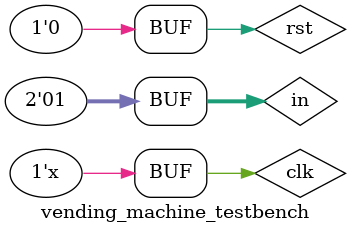
<source format=v>
module vending_machine_testbench;
 //inputs
 reg clk;
 reg rst;
 reg[1:0] in;

 //outputs
 wire out;
 wire[1:0] change;


vending_machine vend(.clk(clk),.in(in),.out(out),.change(change),.rst(rst));

 initial begin
     $dumpfile("vending_machine.vcd");
     $dumpvars(0,vending_machine_testbench);

     rst=1;
     clk=0;

     #6 rst=0;
     in=1;
     #11 in=2'b01;
     #16 in=2'b01;
 end

 always #5 clk= ~clk;
endmodule


</source>
